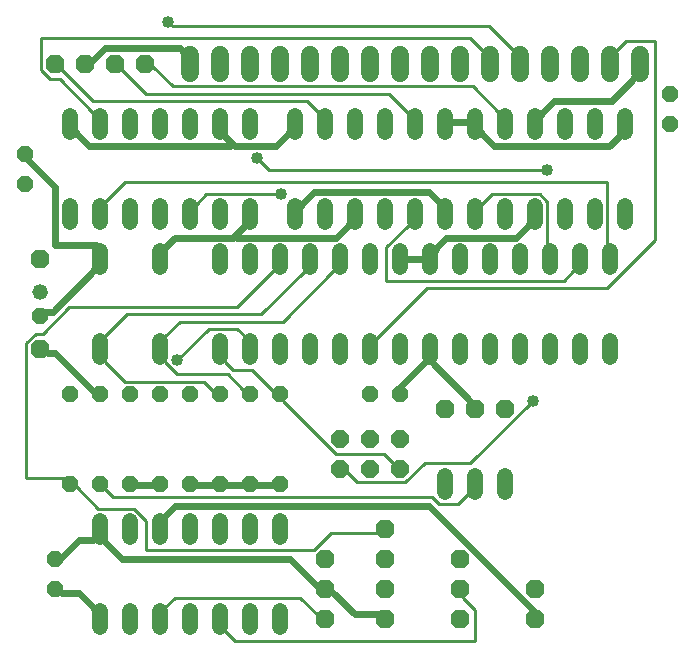
<source format=gbl>
G75*
G70*
%OFA0B0*%
%FSLAX24Y24*%
%IPPOS*%
%LPD*%
%AMOC8*
5,1,8,0,0,1.08239X$1,22.5*
%
%ADD10C,0.0520*%
%ADD11OC8,0.0520*%
%ADD12OC8,0.0600*%
%ADD13OC8,0.0630*%
%ADD14C,0.0600*%
%ADD15C,0.0520*%
%ADD16C,0.0240*%
%ADD17C,0.0100*%
%ADD18C,0.0400*%
D10*
X004185Y002425D02*
X004185Y002945D01*
X005185Y002945D02*
X005185Y002425D01*
X006185Y002425D02*
X006185Y002945D01*
X007185Y002945D02*
X007185Y002425D01*
X008185Y002425D02*
X008185Y002945D01*
X009185Y002945D02*
X009185Y002425D01*
X010185Y002425D02*
X010185Y002945D01*
X010185Y005425D02*
X010185Y005945D01*
X009185Y005945D02*
X009185Y005425D01*
X008185Y005425D02*
X008185Y005945D01*
X007185Y005945D02*
X007185Y005425D01*
X006185Y005425D02*
X006185Y005945D01*
X005185Y005945D02*
X005185Y005425D01*
X004185Y005425D02*
X004185Y005945D01*
X004185Y011425D02*
X004185Y011945D01*
X006185Y011945D02*
X006185Y011425D01*
X008185Y011425D02*
X008185Y011945D01*
X009185Y011945D02*
X009185Y011425D01*
X010185Y011425D02*
X010185Y011945D01*
X011185Y011945D02*
X011185Y011425D01*
X012185Y011425D02*
X012185Y011945D01*
X013185Y011945D02*
X013185Y011425D01*
X014185Y011425D02*
X014185Y011945D01*
X015185Y011945D02*
X015185Y011425D01*
X016185Y011425D02*
X016185Y011945D01*
X017185Y011945D02*
X017185Y011425D01*
X018185Y011425D02*
X018185Y011945D01*
X019185Y011945D02*
X019185Y011425D01*
X020185Y011425D02*
X020185Y011945D01*
X021185Y011945D02*
X021185Y011425D01*
X021185Y014425D02*
X021185Y014945D01*
X020185Y014945D02*
X020185Y014425D01*
X019185Y014425D02*
X019185Y014945D01*
X018185Y014945D02*
X018185Y014425D01*
X017185Y014425D02*
X017185Y014945D01*
X016185Y014945D02*
X016185Y014425D01*
X015185Y014425D02*
X015185Y014945D01*
X014185Y014945D02*
X014185Y014425D01*
X013185Y014425D02*
X013185Y014945D01*
X012185Y014945D02*
X012185Y014425D01*
X011185Y014425D02*
X011185Y014945D01*
X010185Y014945D02*
X010185Y014425D01*
X009185Y014425D02*
X009185Y014945D01*
X009185Y015925D02*
X009185Y016445D01*
X008185Y016445D02*
X008185Y015925D01*
X008185Y014945D02*
X008185Y014425D01*
X007185Y015925D02*
X007185Y016445D01*
X006185Y016445D02*
X006185Y015925D01*
X005185Y015925D02*
X005185Y016445D01*
X004185Y016445D02*
X004185Y015925D01*
X004185Y014945D02*
X004185Y014425D01*
X003185Y015925D02*
X003185Y016445D01*
X003185Y018925D02*
X003185Y019445D01*
X004185Y019445D02*
X004185Y018925D01*
X005185Y018925D02*
X005185Y019445D01*
X006185Y019445D02*
X006185Y018925D01*
X007185Y018925D02*
X007185Y019445D01*
X008185Y019445D02*
X008185Y018925D01*
X009185Y018925D02*
X009185Y019445D01*
X010685Y019445D02*
X010685Y018925D01*
X011685Y018925D02*
X011685Y019445D01*
X012685Y019445D02*
X012685Y018925D01*
X013685Y018925D02*
X013685Y019445D01*
X014685Y019445D02*
X014685Y018925D01*
X015685Y018925D02*
X015685Y019445D01*
X016685Y019445D02*
X016685Y018925D01*
X017685Y018925D02*
X017685Y019445D01*
X018685Y019445D02*
X018685Y018925D01*
X019685Y018925D02*
X019685Y019445D01*
X020685Y019445D02*
X020685Y018925D01*
X021685Y018925D02*
X021685Y019445D01*
X021685Y016445D02*
X021685Y015925D01*
X020685Y015925D02*
X020685Y016445D01*
X019685Y016445D02*
X019685Y015925D01*
X018685Y015925D02*
X018685Y016445D01*
X017685Y016445D02*
X017685Y015925D01*
X016685Y015925D02*
X016685Y016445D01*
X015685Y016445D02*
X015685Y015925D01*
X014685Y015925D02*
X014685Y016445D01*
X013685Y016445D02*
X013685Y015925D01*
X012685Y015925D02*
X012685Y016445D01*
X011685Y016445D02*
X011685Y015925D01*
X010685Y015925D02*
X010685Y016445D01*
X006185Y014945D02*
X006185Y014425D01*
X015685Y007445D02*
X015685Y006925D01*
X016685Y006925D02*
X016685Y007445D01*
X017685Y007445D02*
X017685Y006925D01*
D11*
X014185Y010185D03*
X013185Y010185D03*
X010185Y010185D03*
X009185Y010185D03*
X008185Y010185D03*
X007185Y010185D03*
X006185Y010185D03*
X005185Y010185D03*
X004185Y010185D03*
X003185Y010185D03*
X002185Y012785D03*
X001685Y017185D03*
X001685Y018185D03*
X003185Y007185D03*
X004185Y007185D03*
X005185Y007185D03*
X006185Y007185D03*
X007185Y007185D03*
X008185Y007185D03*
X009185Y007185D03*
X010185Y007185D03*
X002685Y004685D03*
X002685Y003685D03*
X023185Y019185D03*
X023185Y020185D03*
D12*
X014185Y008685D03*
X014185Y007685D03*
X013185Y007685D03*
X012185Y007685D03*
X012185Y008685D03*
X013185Y008685D03*
D13*
X015685Y009685D03*
X016685Y009685D03*
X017685Y009685D03*
X013685Y005685D03*
X013685Y004685D03*
X013685Y003685D03*
X013685Y002685D03*
X011685Y002685D03*
X011685Y003685D03*
X011685Y004685D03*
X016185Y004685D03*
X016185Y003685D03*
X016185Y002685D03*
X018685Y002685D03*
X018685Y003685D03*
X002185Y011685D03*
X002185Y014685D03*
X002685Y021185D03*
X003685Y021185D03*
X004685Y021185D03*
X005685Y021185D03*
D14*
X007185Y020885D02*
X007185Y021485D01*
X008185Y021485D02*
X008185Y020885D01*
X009185Y020885D02*
X009185Y021485D01*
X010185Y021485D02*
X010185Y020885D01*
X011185Y020885D02*
X011185Y021485D01*
X012185Y021485D02*
X012185Y020885D01*
X013185Y020885D02*
X013185Y021485D01*
X014185Y021485D02*
X014185Y020885D01*
X015185Y020885D02*
X015185Y021485D01*
X016185Y021485D02*
X016185Y020885D01*
X017185Y020885D02*
X017185Y021485D01*
X018185Y021485D02*
X018185Y020885D01*
X019185Y020885D02*
X019185Y021485D01*
X020185Y021485D02*
X020185Y020885D01*
X021185Y020885D02*
X021185Y021485D01*
X022185Y021485D02*
X022185Y020885D01*
D15*
X002185Y013585D03*
D16*
X002685Y003685D02*
X002925Y003565D01*
X003485Y003565D01*
X003965Y003085D01*
X004185Y002685D01*
X004925Y004685D02*
X004365Y005245D01*
X004185Y005685D01*
X003965Y005325D01*
X003485Y005325D01*
X002925Y004765D01*
X002685Y004685D01*
X004925Y004685D02*
X010525Y004685D01*
X011405Y003805D01*
X011685Y003685D01*
X011965Y003565D01*
X012685Y002845D01*
X013405Y002845D01*
X013685Y002685D01*
X015165Y006445D02*
X018685Y002925D01*
X018685Y002685D01*
X015165Y006445D02*
X006685Y006445D01*
X006365Y006125D01*
X006185Y005685D01*
X005965Y007165D02*
X005405Y007165D01*
X005185Y007185D01*
X005965Y007165D02*
X006185Y007185D01*
X007185Y007185D02*
X007405Y007165D01*
X007965Y007165D01*
X008185Y007185D01*
X008365Y007165D01*
X009005Y007165D01*
X009185Y007185D01*
X009405Y007165D01*
X009965Y007165D01*
X010185Y007185D01*
X014185Y010185D02*
X014125Y010365D01*
X015005Y011245D01*
X015185Y011685D01*
X015245Y011245D01*
X016525Y009965D01*
X016685Y009685D01*
X015185Y014685D02*
X014185Y014685D01*
X015185Y014685D02*
X015405Y015085D01*
X015725Y015405D01*
X018045Y015405D01*
X018445Y015805D01*
X018685Y016185D01*
X017325Y018445D02*
X016925Y018845D01*
X016685Y019185D01*
X016445Y019245D01*
X015885Y019245D01*
X015685Y019185D01*
X017325Y018445D02*
X021165Y018445D01*
X021485Y018765D01*
X021685Y019185D01*
X021245Y019965D02*
X019325Y019965D01*
X018925Y019565D01*
X018685Y019185D01*
X021245Y019965D02*
X021965Y020685D01*
X022185Y021185D01*
X015485Y016605D02*
X015685Y016185D01*
X015485Y016605D02*
X015165Y016925D01*
X011325Y016925D01*
X010925Y016525D01*
X010685Y016185D01*
X012045Y015405D02*
X008765Y015405D01*
X008685Y015485D01*
X009005Y015805D01*
X009185Y016185D01*
X008685Y015485D02*
X008605Y015405D01*
X006685Y015405D01*
X006365Y015085D01*
X006185Y014685D01*
X004185Y014685D02*
X004045Y015165D01*
X002685Y015165D01*
X002685Y017085D01*
X001805Y017965D01*
X001685Y018185D01*
X003185Y019185D02*
X003405Y018845D01*
X003805Y018445D01*
X008525Y018445D01*
X008605Y018525D01*
X008365Y018765D01*
X008185Y019185D01*
X008605Y018525D02*
X008685Y018445D01*
X010045Y018445D01*
X010445Y018845D01*
X010685Y019185D01*
X012685Y016185D02*
X012445Y015805D01*
X012045Y015405D01*
X007185Y021185D02*
X006925Y021645D01*
X006845Y021725D01*
X004365Y021725D01*
X003965Y021325D01*
X003685Y021185D01*
X004185Y014685D02*
X003965Y014285D01*
X002605Y012925D01*
X002365Y012925D01*
X002185Y012785D01*
X002185Y011685D02*
X002445Y011565D01*
X002685Y011565D01*
X003965Y010285D01*
X004185Y010185D01*
D17*
X005005Y010605D02*
X007645Y010605D01*
X007965Y010285D01*
X008185Y010185D01*
X008445Y010845D02*
X008925Y010365D01*
X009005Y010365D01*
X009185Y010185D01*
X009965Y010285D02*
X010185Y010185D01*
X010285Y009965D01*
X012045Y008205D01*
X013645Y008205D01*
X013965Y007885D01*
X014185Y007685D01*
X014365Y007245D02*
X012765Y007245D01*
X012445Y007565D01*
X012185Y007685D01*
X014365Y007245D02*
X015005Y007885D01*
X016525Y007885D01*
X018605Y009965D01*
X016685Y007185D02*
X016445Y006845D01*
X016125Y006525D01*
X015485Y006525D01*
X015245Y006765D01*
X004605Y006765D01*
X004185Y007185D01*
X003405Y007085D02*
X004125Y006365D01*
X005325Y006365D01*
X005725Y005965D01*
X005725Y005005D01*
X011325Y005005D01*
X011885Y005565D01*
X013405Y005565D01*
X013685Y005685D01*
X016185Y003685D02*
X016285Y003405D01*
X016685Y003005D01*
X016685Y001965D01*
X008685Y001965D01*
X008365Y002285D01*
X008185Y002685D01*
X006685Y003405D02*
X010845Y003405D01*
X011405Y002845D01*
X011685Y002685D01*
X006685Y003405D02*
X006365Y003085D01*
X006185Y002685D01*
X003405Y007085D02*
X003185Y007185D01*
X003085Y007405D01*
X001725Y007405D01*
X001725Y011885D01*
X002045Y012205D01*
X002285Y012205D01*
X003165Y013085D01*
X008765Y013085D01*
X009965Y014285D01*
X010185Y014685D01*
X011005Y014285D02*
X011185Y014685D01*
X011005Y014285D02*
X009565Y012845D01*
X005085Y012845D01*
X004365Y012125D01*
X004185Y011685D01*
X004365Y011245D01*
X005005Y010605D01*
X006365Y011245D02*
X006185Y011685D01*
X006365Y012125D01*
X006845Y012605D01*
X010285Y012605D01*
X011965Y014285D01*
X012185Y014685D01*
X013725Y015085D02*
X013725Y013965D01*
X019645Y013965D01*
X019965Y014285D01*
X020185Y014685D01*
X021185Y014685D02*
X021085Y015165D01*
X021085Y017245D01*
X005005Y017245D01*
X004365Y016605D01*
X004185Y016185D01*
X007185Y016185D02*
X007405Y016525D01*
X007725Y016845D01*
X010205Y016845D01*
X009805Y017645D02*
X019085Y017645D01*
X018845Y016845D02*
X019085Y016605D01*
X019085Y015165D01*
X019185Y014685D01*
X021085Y013725D02*
X022685Y015325D01*
X022685Y021965D01*
X021725Y021965D01*
X021405Y021645D01*
X021185Y021185D01*
X018185Y021185D02*
X017965Y021645D01*
X017165Y022445D01*
X006605Y022445D01*
X006445Y022605D01*
X005965Y021085D02*
X005685Y021185D01*
X005965Y021085D02*
X006605Y020445D01*
X016605Y020445D01*
X017485Y019565D01*
X017685Y019185D01*
X017185Y021185D02*
X016925Y021645D01*
X016525Y022045D01*
X002205Y022045D01*
X002205Y021005D01*
X002525Y020685D01*
X002845Y020685D01*
X003965Y019565D01*
X004185Y019185D01*
X003965Y019965D02*
X002925Y021005D01*
X002685Y021185D01*
X003965Y019965D02*
X011085Y019965D01*
X011485Y019565D01*
X011685Y019185D01*
X013805Y020205D02*
X005725Y020205D01*
X004925Y021005D01*
X004685Y021185D01*
X009405Y018045D02*
X009805Y017645D01*
X013725Y015085D02*
X014445Y015805D01*
X014685Y016185D01*
X016685Y016185D02*
X016925Y016525D01*
X017245Y016845D01*
X018845Y016845D01*
X021085Y013725D02*
X015085Y013725D01*
X013405Y012045D01*
X013185Y011685D01*
X009965Y010285D02*
X009245Y011005D01*
X008605Y011005D01*
X008365Y011245D01*
X008185Y011685D01*
X007805Y012365D02*
X008765Y012365D01*
X009005Y012125D01*
X009185Y011685D01*
X008445Y010845D02*
X006765Y010845D01*
X006365Y011245D01*
X006765Y011325D02*
X007805Y012365D01*
X014685Y019185D02*
X014445Y019565D01*
X013805Y020205D01*
D18*
X010205Y016845D03*
X009405Y018045D03*
X006445Y022605D03*
X006765Y011325D03*
X018605Y009965D03*
X019085Y017645D03*
M02*

</source>
